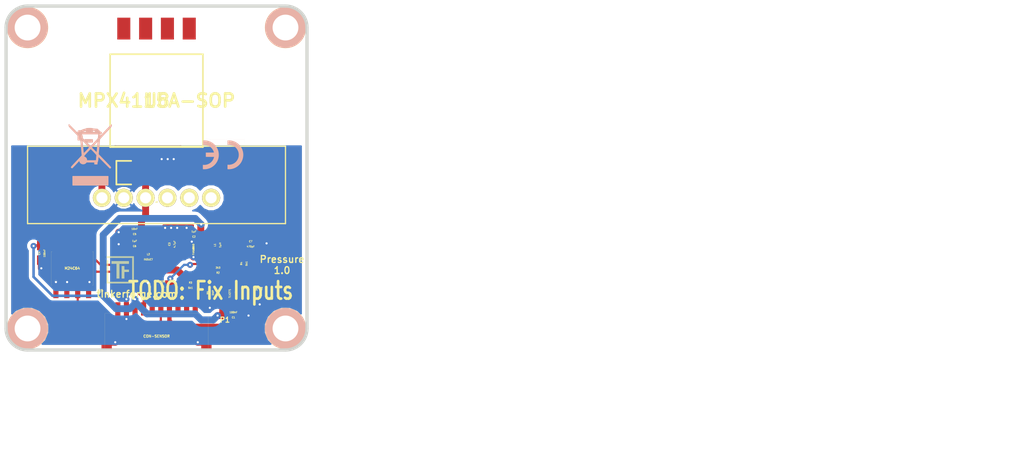
<source format=kicad_pcb>
(kicad_pcb (version 4) (host pcbnew "(2015-03-18 BZR 5525)-product")
  (title_block (title "RGB LED Bricklet") (date "Mi 18 Nov 2015") (rev 1.0) (company "Tinkerforge GmbH") (comment 1 "Licensed under CERN OHL v.1.1") (comment 2 "Copyright (©) 2015, B.Nordmeyer <bastian@tinkerforge.com>"))
  (layers (0 Vorderseite signal) (31 Rückseite signal hide) (34 B.Paste user) (35 F.Paste user) (36 B.SilkS user) (37 F.SilkS user) (38 B.Mask user) (39 F.Mask user) (44 Edge.Cuts user))
  (net 0 "")
  (net 1 GND)
  (net 2 SCL)
  (net 3 SDA)
  (net 4 "Net-(P1-Pad6)")
  (net 5 "Net-(P1-Pad7)")
  (net 6 3V3)
  (net 7 +5V)
  (net 8 "Net-(C5-Pad2)")
  (net 9 "Net-(C7-Pad2)")
  (net 10 "Net-(L1-Pad2)")
  (net 11 "Net-(P1-Pad8)")
  (net 12 "Net-(R2-Pad1)")
  (net 13 "Net-(R4-Pad2)")
  (module kicad-libraries:0603E (layer Vorderseite) (at 191 145.5)
    (fp_text reference C1 (at 0.05 0.225) (layer F.SilkS) (effects (font (size 0.2 0.2) (thickness 0.05))))
    (fp_text value 100nF (at 0.05 -0.375) (layer F.SilkS) (effects (font (size 0.2 0.2) (thickness 0.05))))
    (pad 1 smd rect (at -0.8501 0) (size 1.1 1) (layers Vorderseite F.Paste F.Mask) (net 6 3V3))
    (pad 2 smd rect (at 0.8501 0) (size 1.1 1) (layers Vorderseite F.Paste F.Mask) (net 1 GND))
  )
  (module kicad-libraries:0603E (layer Vorderseite) (at 186.4 136.1)
    (fp_text reference C2 (at 0.05 0.225) (layer F.SilkS) (effects (font (size 0.2 0.2) (thickness 0.05))))
    (fp_text value 1µF (at 0.05 -0.375) (layer F.SilkS) (effects (font (size 0.2 0.2) (thickness 0.05))))
    (pad 1 smd rect (at -0.8501 0) (size 1.1 1) (layers Vorderseite F.Paste F.Mask) (net 1 GND))
    (pad 2 smd rect (at 0.8501 0) (size 1.1 1) (layers Vorderseite F.Paste F.Mask) (net 6 3V3))
  )
  (module kicad-libraries:0603E (layer Vorderseite) (at 168.7 138.2 270)
    (fp_text reference C4 (at 0.05 0.225 270) (layer F.SilkS) (effects (font (size 0.2 0.2) (thickness 0.05))))
    (fp_text value 100nF (at 0.05 -0.375 270) (layer F.SilkS) (effects (font (size 0.2 0.2) (thickness 0.05))))
    (pad 1 smd rect (at -0.8501 0 270) (size 1.1 1) (layers Vorderseite F.Paste F.Mask) (net 6 3V3))
    (pad 2 smd rect (at 0.8501 0 270) (size 1.1 1) (layers Vorderseite F.Paste F.Mask) (net 1 GND))
  )
  (module kicad-libraries:CON-SENSOR (layer Vorderseite) (at 182.1 149.5)
    (fp_text reference P1 (at 7.9502 -3.50012) (layer F.SilkS) (effects (font (size 0.59944 0.59944) (thickness 0.12446))))
    (fp_text value CON-SENSOR (at 0 -1.6002) (layer F.SilkS) (effects (font (size 0.29972 0.29972) (thickness 0.07112))))
    (pad 1 smd rect (at -4.50088 -4.7752) (size 0.59944 1.5494) (layers Vorderseite F.Paste F.Mask))
    (pad 2 smd rect (at -3.50012 -4.7752) (size 0.59944 1.5494) (layers Vorderseite F.Paste F.Mask) (net 1 GND))
    (pad 3 smd rect (at -2.49936 -4.7752) (size 0.59944 1.5494) (layers Vorderseite F.Paste F.Mask) (net 6 3V3))
    (pad 4 smd rect (at -1.50114 -4.7752) (size 0.59944 1.5494) (layers Vorderseite F.Paste F.Mask) (net 2 SCL))
    (pad 5 smd rect (at -0.50038 -4.7752) (size 0.59944 1.5494) (layers Vorderseite F.Paste F.Mask) (net 3 SDA))
    (pad 6 smd rect (at 0.50038 -4.7752) (size 0.59944 1.5494) (layers Vorderseite F.Paste F.Mask) (net 4 "Net-(P1-Pad6)"))
    (pad 7 smd rect (at 1.50114 -4.7752) (size 0.59944 1.5494) (layers Vorderseite F.Paste F.Mask) (net 5 "Net-(P1-Pad7)"))
    (pad 8 smd rect (at 2.49936 -4.7752) (size 0.59944 1.5494) (layers Vorderseite F.Paste F.Mask) (net 11 "Net-(P1-Pad8)"))
    (pad 9 smd rect (at 3.50012 -4.7752) (size 0.59944 1.5494) (layers Vorderseite F.Paste F.Mask))
    (pad 10 smd rect (at 4.50088 -4.7752) (size 0.59944 1.5494) (layers Vorderseite F.Paste F.Mask))
    (pad EP smd rect (at -5.79882 -0.89916) (size 1.19888 1.80086) (layers Vorderseite F.Paste F.Mask) (net 1 GND))
    (pad EP smd rect (at 5.79882 -0.89916) (size 1.19888 1.80086) (layers Vorderseite F.Paste F.Mask) (net 1 GND))
  )
  (module kicad-libraries:0603E (layer Vorderseite) (at 182.8 141.9)
    (fp_text reference R1 (at 0.05 0.225) (layer F.SilkS) (effects (font (size 0.2 0.2) (thickness 0.05))))
    (fp_text value 10k (at 0.05 -0.375) (layer F.SilkS) (effects (font (size 0.2 0.2) (thickness 0.05))))
    (pad 1 smd rect (at -0.8501 0) (size 1.1 1) (layers Vorderseite F.Paste F.Mask) (net 1 GND))
    (pad 2 smd rect (at 0.8501 0) (size 1.1 1) (layers Vorderseite F.Paste F.Mask) (net 11 "Net-(P1-Pad8)"))
  )
  (module kicad-libraries:0603E (layer Vorderseite) (at 189.2 140.3)
    (fp_text reference R2 (at 0.05 0.225) (layer F.SilkS) (effects (font (size 0.2 0.2) (thickness 0.05))))
    (fp_text value 3k3 (at 0.05 -0.375) (layer F.SilkS) (effects (font (size 0.2 0.2) (thickness 0.05))))
    (pad 1 smd rect (at -0.8501 0) (size 1.1 1) (layers Vorderseite F.Paste F.Mask) (net 12 "Net-(R2-Pad1)"))
    (pad 2 smd rect (at 0.8501 0) (size 1.1 1) (layers Vorderseite F.Paste F.Mask) (net 5 "Net-(P1-Pad7)"))
  )
  (module kicad-libraries:SOIC8 (layer Vorderseite) (at 172.3 140)
    (fp_text reference U1 (at 3.29946 2.60096) (layer F.SilkS) (effects (font (size 0.29972 0.29972) (thickness 0.0762))))
    (fp_text value M24C64 (at 0 0) (layer F.SilkS) (effects (font (size 0.29972 0.29972) (thickness 0.0762))))
    (pad 1 smd rect (at -1.90246 2.69748 180) (size 0.59944 1.5494) (layers Vorderseite F.Paste F.Mask) (net 1 GND))
    (pad 2 smd rect (at -0.63246 2.69748 180) (size 0.59944 1.5494) (layers Vorderseite F.Paste F.Mask) (net 1 GND))
    (pad 3 smd rect (at 0.63246 2.69748 180) (size 0.59944 1.5494) (layers Vorderseite F.Paste F.Mask) (net 4 "Net-(P1-Pad6)"))
    (pad 4 smd rect (at 1.90246 2.69748 180) (size 0.59944 1.5494) (layers Vorderseite F.Paste F.Mask) (net 1 GND))
    (pad 5 smd rect (at 1.90246 -2.69748) (size 0.59944 1.5494) (layers Vorderseite F.Paste F.Mask) (net 3 SDA))
    (pad 6 smd rect (at 0.63246 -2.69748) (size 0.59944 1.5494) (layers Vorderseite F.Paste F.Mask) (net 2 SCL))
    (pad 7 smd rect (at -0.63246 -2.69748) (size 0.59944 1.5494) (layers Vorderseite F.Paste F.Mask))
    (pad 8 smd rect (at -1.90246 -2.69748) (size 0.59944 1.5494) (layers Vorderseite F.Paste F.Mask) (net 6 3V3))
  )
  (module kicad-libraries:DRILL_NP (layer Vorderseite) (at 167.1 112 270)
    (fp_text reference U2 hide)
    (fp_text value DRILL hide)
    (pad "" np_thru_hole circle (at 0 0 270) (size 2.99974 2.99974) (drill 2.99974) (layers *.Cu *.Mask F.SilkS) (clearance 0.89916))
  )
  (module kicad-libraries:DRILL_NP (layer Vorderseite) (at 197.1 147 90)
    (fp_text reference U3 hide)
    (fp_text value DRILL hide)
    (pad "" np_thru_hole circle (at 0 0 90) (size 2.99974 2.99974) (drill 2.99974) (layers *.Cu *.Mask F.SilkS) (clearance 0.89916))
  )
  (module kicad-libraries:DRILL_NP (layer Vorderseite) (at 167.1 147 90)
    (fp_text reference U4 hide)
    (fp_text value DRILL hide)
    (pad "" np_thru_hole circle (at 0 0 90) (size 2.99974 2.99974) (drill 2.99974) (layers *.Cu *.Mask F.SilkS) (clearance 0.89916))
  )
  (module kicad-libraries:DRILL_NP (layer Vorderseite) (at 197.1 112)
    (fp_text reference U5 hide)
    (fp_text value DRILL hide)
    (pad "" np_thru_hole circle (at 0 0) (size 2.99974 2.99974) (drill 2.99974) (layers *.Cu *.Mask F.SilkS) (clearance 0.89916))
  )
  (module kicad-libraries:0603E (layer Vorderseite) (at 186.1 141.9 180)
    (fp_text reference R3 (at 0.05 0.225 180) (layer F.SilkS) (effects (font (size 0.2 0.2) (thickness 0.05))))
    (fp_text value 5k1 (at 0.05 -0.375 180) (layer F.SilkS) (effects (font (size 0.2 0.2) (thickness 0.05))))
    (pad 1 smd rect (at -0.8501 0 180) (size 1.1 1) (layers Vorderseite F.Paste F.Mask) (net 12 "Net-(R2-Pad1)"))
    (pad 2 smd rect (at 0.8501 0 180) (size 1.1 1) (layers Vorderseite F.Paste F.Mask) (net 7 +5V))
  )
  (module kicad-libraries:Logo_31x31 (layer Vorderseite) (at 176.3 138.6)
    (fp_text reference G*** hide)
    (fp_text value Logo_31x31 hide)
  )
  (module kicad-libraries:WEEE_7mm (layer Rückseite) (at 174.4 126.8 180)
    (fp_text reference G*** hide)
    (fp_text value LOGO hide)
  )
  (module kicad-libraries:CE_5mm (layer Rückseite) (at 189.8 126.8 180)
    (fp_text reference VAL hide)
    (fp_text value CE_5mm hide)
  )
  (module kicad-libraries:0805E (layer Vorderseite) (at 183.8 137.2 270)
    (fp_text reference C3 (at 0 0.2 270) (layer F.SilkS) (effects (font (size 0.2 0.2) (thickness 0.05))))
    (fp_text value 4.7µF (at 0 -0.4 270) (layer F.SilkS) (effects (font (size 0.2 0.2) (thickness 0.05))))
    (pad 1 smd rect (at -0.95 0 270) (size 1.3 1.5) (layers Vorderseite F.Paste F.Mask) (net 1 GND))
    (pad 2 smd rect (at 0.95 0 270) (size 1.3 1.5) (layers Vorderseite F.Paste F.Mask) (net 7 +5V))
  )
  (module kicad-libraries:0603E (layer Vorderseite) (at 179.5 135.8)
    (fp_text reference C5 (at 0.05 0.225) (layer F.SilkS) (effects (font (size 0.2 0.2) (thickness 0.05))))
    (fp_text value 10nF (at 0.05 -0.375) (layer F.SilkS) (effects (font (size 0.2 0.2) (thickness 0.05))))
    (pad 1 smd rect (at -0.8501 0) (size 1.1 1) (layers Vorderseite F.Paste F.Mask) (net 1 GND))
    (pad 2 smd rect (at 0.8501 0) (size 1.1 1) (layers Vorderseite F.Paste F.Mask) (net 8 "Net-(C5-Pad2)"))
  )
  (module kicad-libraries:0603E (layer Vorderseite) (at 179.5 137.2)
    (fp_text reference C6 (at 0.05 0.225) (layer F.SilkS) (effects (font (size 0.2 0.2) (thickness 0.05))))
    (fp_text value 1µF (at 0.05 -0.375) (layer F.SilkS) (effects (font (size 0.2 0.2) (thickness 0.05))))
    (pad 1 smd rect (at -0.8501 0) (size 1.1 1) (layers Vorderseite F.Paste F.Mask) (net 1 GND))
    (pad 2 smd rect (at 0.8501 0) (size 1.1 1) (layers Vorderseite F.Paste F.Mask) (net 8 "Net-(C5-Pad2)"))
  )
  (module kicad-libraries:0603E (layer Vorderseite) (at 193.1 137.1 180)
    (fp_text reference C7 (at 0.05 0.225 180) (layer F.SilkS) (effects (font (size 0.2 0.2) (thickness 0.05))))
    (fp_text value 470pF (at 0.05 -0.375 180) (layer F.SilkS) (effects (font (size 0.2 0.2) (thickness 0.05))))
    (pad 1 smd rect (at -0.8501 0 180) (size 1.1 1) (layers Vorderseite F.Paste F.Mask) (net 1 GND))
    (pad 2 smd rect (at 0.8501 0 180) (size 1.1 1) (layers Vorderseite F.Paste F.Mask) (net 9 "Net-(C7-Pad2)"))
  )
  (module kicad-libraries:0805E (layer Vorderseite) (at 189.1 137.3 270)
    (fp_text reference L1 (at 0 0.2 270) (layer F.SilkS) (effects (font (size 0.2 0.2) (thickness 0.05))))
    (fp_text value 1µH (at 0 -0.4 270) (layer F.SilkS) (effects (font (size 0.2 0.2) (thickness 0.05))))
    (pad 1 smd rect (at -0.95 0 270) (size 1.3 1.5) (layers Vorderseite F.Paste F.Mask) (net 6 3V3) (clearance 0.14986))
    (pad 2 smd rect (at 0.95 0 270) (size 1.3 1.5) (layers Vorderseite F.Paste F.Mask) (net 10 "Net-(L1-Pad2)") (clearance 0.14986))
  )
  (module kicad-libraries:0603E (layer Vorderseite) (at 181.2 138.6 180)
    (fp_text reference L2 (at 0.05 0.225 180) (layer F.SilkS) (effects (font (size 0.2 0.2) (thickness 0.05))))
    (fp_text value INDUCT (at 0.05 -0.375 180) (layer F.SilkS) (effects (font (size 0.2 0.2) (thickness 0.05))))
    (pad 1 smd rect (at -0.8501 0 180) (size 1.1 1) (layers Vorderseite F.Paste F.Mask) (net 7 +5V))
    (pad 2 smd rect (at 0.8501 0 180) (size 1.1 1) (layers Vorderseite F.Paste F.Mask) (net 8 "Net-(C5-Pad2)"))
  )
  (module kicad-libraries:0603E (layer Vorderseite) (at 192.2 139.4 270)
    (fp_text reference R4 (at 0.05 0.225 270) (layer F.SilkS) (effects (font (size 0.2 0.2) (thickness 0.05))))
    (fp_text value 5k1 (at 0.05 -0.375 270) (layer F.SilkS) (effects (font (size 0.2 0.2) (thickness 0.05))))
    (pad 1 smd rect (at -0.8501 0 270) (size 1.1 1) (layers Vorderseite F.Paste F.Mask) (net 9 "Net-(C7-Pad2)"))
    (pad 2 smd rect (at 0.8501 0 270) (size 1.1 1) (layers Vorderseite F.Paste F.Mask) (net 13 "Net-(R4-Pad2)"))
  )
  (module kicad-libraries:0603E (layer Vorderseite) (at 188.3 142.8 270)
    (fp_text reference R5 (at 0.05 0.225 270) (layer F.SilkS) (effects (font (size 0.2 0.2) (thickness 0.05))))
    (fp_text value DNP (at 0.05 -0.375 270) (layer F.SilkS) (effects (font (size 0.2 0.2) (thickness 0.05))))
    (pad 1 smd rect (at -0.8501 0 270) (size 1.1 1) (layers Vorderseite F.Paste F.Mask) (net 12 "Net-(R2-Pad1)"))
    (pad 2 smd rect (at 0.8501 0 270) (size 1.1 1) (layers Vorderseite F.Paste F.Mask) (net 1 GND))
  )
  (module kicad-libraries:0603E (layer Vorderseite) (at 194.1 142.4 90)
    (fp_text reference R6 (at 0.05 0.225 90) (layer F.SilkS) (effects (font (size 0.2 0.2) (thickness 0.05))))
    (fp_text value 3k3 (at 0.05 -0.375 90) (layer F.SilkS) (effects (font (size 0.2 0.2) (thickness 0.05))))
    (pad 1 smd rect (at -0.8501 0 90) (size 1.1 1) (layers Vorderseite F.Paste F.Mask) (net 1 GND))
    (pad 2 smd rect (at 0.8501 0 90) (size 1.1 1) (layers Vorderseite F.Paste F.Mask) (net 13 "Net-(R4-Pad2)"))
  )
  (module kicad-libraries:UMLP_22 (layer Vorderseite) (at 186.4 137.8 90)
    (fp_text reference U6 (at 0 0 90) (layer F.SilkS) (effects (font (size 0.2 0.2) (thickness 0.05))))
    (fp_text value FAN4860 (at 0 0 90) (layer F.SilkS) (effects (font (size 0.2 0.2) (thickness 0.05))))
    (pad 3 smd rect (at -0.65 -1.05 90) (size 0.25 0.8) (layers Vorderseite F.Paste F.Mask) (net 7 +5V))
    (pad 2 smd rect (at 0 -1.05 90) (size 0.25 0.8) (layers Vorderseite F.Paste F.Mask) (net 7 +5V))
    (pad 1 smd rect (at 0.65 -1.05 90) (size 0.25 0.8) (layers Vorderseite F.Paste F.Mask) (net 1 GND))
    (pad 4 smd rect (at -0.65 1.05 90) (size 0.25 0.8) (layers Vorderseite F.Paste F.Mask) (net 11 "Net-(P1-Pad8)"))
    (pad 5 smd rect (at 0 1.05 90) (size 0.25 0.8) (layers Vorderseite F.Paste F.Mask) (net 10 "Net-(L1-Pad2)"))
    (pad 6 smd rect (at 0.65 1.05 90) (size 0.25 0.8) (layers Vorderseite F.Paste F.Mask) (net 6 3V3))
    (pad EP smd rect (at 0 0 90) (size 1.45 0.8) (layers Vorderseite F.Paste F.Mask) (net 1 GND))
  )
  (module kicad-libraries:SOT23-5 (layer Vorderseite) (at 191 142.9 90)
    (fp_text reference U7 (at 0 0.35052 90) (layer F.SilkS) (effects (font (size 0.2 0.2) (thickness 0.05))))
    (fp_text value TLV271 (at -0.03 -0.38 90) (layer F.SilkS) (effects (font (size 0.2 0.2) (thickness 0.05))))
    (pad 1 smd rect (at -0.94996 1.19888 90) (size 0.50038 0.8001) (layers Vorderseite F.Paste F.Mask) (net 5 "Net-(P1-Pad7)"))
    (pad 2 smd rect (at 0 1.19888 90) (size 0.50038 0.8001) (layers Vorderseite F.Paste F.Mask) (net 1 GND))
    (pad 3 smd rect (at 0.94996 1.19888 90) (size 0.50038 0.8001) (layers Vorderseite F.Paste F.Mask) (net 13 "Net-(R4-Pad2)"))
    (pad 5 smd rect (at -0.94996 -1.19888 90) (size 0.50038 0.8001) (layers Vorderseite F.Paste F.Mask) (net 6 3V3))
    (pad 4 smd rect (at 0.94996 -1.19888 90) (size 0.50038 0.8001) (layers Vorderseite F.Paste F.Mask) (net 12 "Net-(R2-Pad1)"))
  )
  (module kicad-libraries:SOP8 (layer Vorderseite) (at 182.1 120.5)
    (fp_text reference U8 (at 0 0) (layer F.SilkS) (effects (font (thickness 0.3048))))
    (fp_text value MPX4115A-SOP (at 0 0) (layer F.SilkS) (effects (font (thickness 0.3048))))
    (pad 1 smd rect (at -3.80746 8.37946 180) (size 1.51892 2.53746) (layers Vorderseite F.Paste F.Mask))
    (pad 2 smd rect (at -1.26746 8.37946 180) (size 1.51892 2.53746) (layers Vorderseite F.Paste F.Mask) (net 8 "Net-(C5-Pad2)"))
    (pad 3 smd rect (at 1.26746 8.37946 180) (size 1.51892 2.53746) (layers Vorderseite F.Paste F.Mask) (net 1 GND))
    (pad 4 smd rect (at 3.80746 8.37946 180) (size 1.51892 2.53746) (layers Vorderseite F.Paste F.Mask) (net 9 "Net-(C7-Pad2)"))
    (pad 5 smd rect (at 3.80746 -8.37946) (size 1.51892 2.53746) (layers Vorderseite F.Paste F.Mask))
    (pad 6 smd rect (at 1.26746 -8.37946) (size 1.51892 2.53746) (layers Vorderseite F.Paste F.Mask))
    (pad 7 smd rect (at -1.26746 -8.37946) (size 1.51892 2.53746) (layers Vorderseite F.Paste F.Mask))
    (pad 8 smd rect (at -3.80746 -8.37946) (size 1.51892 2.53746) (layers Vorderseite F.Paste F.Mask))
  )
  (module kicad-libraries:MPX_UNI (layer Vorderseite) (at 182.1 131.8)
    (fp_text reference U9 (at 0 0.5) (layer F.SilkS) (effects (font (size 0.15 0.15) (thickness 0.0375))))
    (fp_text value MPX_UNI)
    (pad 1 thru_hole circle (at -6.35 0) (size 2.1 2.1) (drill 1.3) (layers *.Cu *.Mask F.SilkS) (net 9 "Net-(C7-Pad2)"))
    (pad 2 thru_hole circle (at -3.81 0) (size 2.1 2.1) (drill 1.3) (layers *.Cu *.Mask F.SilkS) (net 1 GND))
    (pad 3 thru_hole circle (at -1.27 0) (size 2.1 2.1) (drill 1.3) (layers *.Cu *.Mask F.SilkS) (net 8 "Net-(C5-Pad2)"))
    (pad 4 thru_hole circle (at 1.27 0) (size 2.1 2.1) (drill 1.3) (layers *.Cu *.Mask F.SilkS))
    (pad 5 thru_hole circle (at 3.81 0) (size 2.1 2.1) (drill 1.3) (layers *.Cu *.Mask F.SilkS))
    (pad 6 thru_hole circle (at 6.35 0) (size 2.1 2.1) (drill 1.3) (layers *.Cu *.Mask F.SilkS))
  )
  (gr_text "TODO: Fix Inputs" (at 188.4 142.6) (layer F.SilkS) (effects (font (size 2.032 1.524) (thickness 0.3048))))
  (gr_line (start 167.1 149.5) (end 197.1 149.5) (angle 90) (layer Edge.Cuts) (width 0.381))
  (gr_line (start 164.6 112) (end 164.6 147) (angle 90) (layer Edge.Cuts) (width 0.381))
  (gr_line (start 197.1 109.5) (end 167.1 109.5) (angle 90) (layer Edge.Cuts) (width 0.381))
  (gr_line (start 199.6 147) (end 199.6 112) (angle 90) (layer Edge.Cuts) (width 0.381))
  (gr_arc (start 197.1 147) (end 199.6 147) (angle 90) (layer Edge.Cuts) (width 0.381))
  (gr_arc (start 167.1 147) (end 167.1 149.5) (angle 90) (layer Edge.Cuts) (width 0.381))
  (gr_arc (start 197.1 112) (end 197.1 109.5) (angle 90) (layer Edge.Cuts) (width 0.381))
  (gr_arc (start 167.1 112) (end 164.6 112) (angle 90) (layer Edge.Cuts) (width 0.381))
  (gr_text tinkerforge.com (at 179.8 143) (layer F.SilkS) (effects (font (size 0.8001 0.8001) (thickness 0.14986))))
  (gr_text "Pressure\n1.0" (at 196.7 139.6) (layer F.SilkS) (effects (font (size 0.8001 0.8001) (thickness 0.14986))))
  (segment (start 192.19888 142.9) (end 192.8 142.9) (width 0.45) (layer Vorderseite) (net 1))
  (segment (start 193 142.9) (end 193.3 142.9) (width 0.5) (layer Vorderseite) (net 1))
  (segment (start 192.19888 142.9) (end 193 142.9) (width 0.5) (layer Vorderseite) (net 1))
  (segment (start 193.7499 142.9) (end 194.1 143.2501) (width 0.8001) (layer Vorderseite) (net 1))
  (segment (start 193.2 142.9) (end 193.7499 142.9) (width 0.8001) (layer Vorderseite) (net 1))
  (via (at 188.3 144.6) (size 0.70104) (layers Vorderseite Rückseite) (net 1))
  (segment (start 188.3 143.6501) (end 188.3 144.6) (width 0.8001) (layer Vorderseite) (net 1))
  (via (at 192.8 145.5) (size 0.70104) (layers Vorderseite Rückseite) (net 1))
  (segment (start 191.8501 145.5) (end 192.8 145.5) (width 0.8001) (layer Vorderseite) (net 1))
  (via (at 194.1 144.2) (size 0.70104) (layers Vorderseite Rückseite) (net 1))
  (segment (start 194.1 143.2501) (end 194.1 144.2) (width 0.8001) (layer Vorderseite) (net 1))
  (via (at 194.9 137.1) (size 0.70104) (layers Vorderseite Rückseite) (net 1))
  (segment (start 193.9501 137.1) (end 194.9 137.1) (width 0.8001) (layer Vorderseite) (net 1))
  (via (at 184.1 127.3) (size 0.70104) (layers Vorderseite Rückseite) (net 1))
  (segment (start 183.36746 127.33254) (end 183.36746 128.87946) (width 0.8001) (layer Vorderseite) (net 1))
  (segment (start 183.36746 127.33254) (end 183.4 127.3) (width 0.8001) (layer Vorderseite) (net 1))
  (segment (start 184.1 127.3) (end 183.4 127.3) (width 0.8001) (layer Vorderseite) (net 1))
  (via (at 182.7 127.3) (size 0.70104) (layers Vorderseite Rückseite) (net 1))
  (via (at 183.4 127.3) (size 0.70104) (layers Vorderseite Rückseite) (net 1))
  (segment (start 183.4 127.3) (end 182.7 127.3) (width 0.8001) (layer Vorderseite) (net 1))
  (via (at 177.7 135.8) (size 0.70104) (layers Vorderseite Rückseite) (net 1))
  (segment (start 178.6499 135.8) (end 177.7 135.8) (width 0.8001) (layer Vorderseite) (net 1))
  (via (at 177.7 137.2) (size 0.70104) (layers Vorderseite Rückseite) (net 1))
  (segment (start 178.6499 137.2) (end 177.7 137.2) (width 0.8001) (layer Vorderseite) (net 1))
  (segment (start 193.2 142.9) (end 193 142.9) (width 0.8001) (layer Vorderseite) (net 1))
  (segment (start 178.59988 145.89988) (end 178.6 145.9) (width 0.5) (layer Vorderseite) (net 1))
  (via (at 178.6 145.9) (size 0.70104) (layers Vorderseite Rückseite) (net 1))
  (segment (start 178.59988 144.7248) (end 178.59988 145.89988) (width 0.5) (layer Vorderseite) (net 1))
  (segment (start 178.59988 143.60012) (end 178.6 143.6) (width 0.5) (layer Vorderseite) (net 1))
  (via (at 178.6 143.6) (size 0.70104) (layers Vorderseite Rückseite) (net 1))
  (segment (start 178.59988 144.7248) (end 178.59988 143.60012) (width 0.5) (layer Vorderseite) (net 1))
  (segment (start 170.39754 141.60246) (end 170.4 141.6) (width 0.5) (layer Vorderseite) (net 1))
  (via (at 170.4 141.6) (size 0.70104) (layers Vorderseite Rückseite) (net 1))
  (segment (start 170.39754 142.69748) (end 170.39754 141.60246) (width 0.5) (layer Vorderseite) (net 1))
  (segment (start 171.66754 141.63246) (end 171.7 141.6) (width 0.5) (layer Vorderseite) (net 1))
  (via (at 171.7 141.6) (size 0.70104) (layers Vorderseite Rückseite) (net 1))
  (segment (start 171.66754 142.69748) (end 171.66754 141.63246) (width 0.5) (layer Vorderseite) (net 1))
  (segment (start 174.20246 141.69754) (end 174.3 141.6) (width 0.5) (layer Vorderseite) (net 1))
  (via (at 174.3 141.6) (size 0.70104) (layers Vorderseite Rückseite) (net 1))
  (segment (start 174.20246 142.69748) (end 174.20246 141.69754) (width 0.5) (layer Vorderseite) (net 1))
  (via (at 168.7 140) (size 0.70104) (layers Vorderseite Rückseite) (net 1))
  (segment (start 168.7 139.0501) (end 168.7 140) (width 0.8001) (layer Vorderseite) (net 1))
  (segment (start 181.3 141.9) (end 181.1 141.7) (width 0.8001) (layer Vorderseite) (net 1))
  (via (at 181.1 141.7) (size 0.70104) (layers Vorderseite Rückseite) (net 1))
  (segment (start 181.9499 141.9) (end 181.3 141.9) (width 0.8001) (layer Vorderseite) (net 1))
  (via (at 184.5 135.3) (size 0.70104) (layers Vorderseite Rückseite) (net 1))
  (segment (start 183.8 135.3) (end 183.8 136.25) (width 0.8001) (layer Vorderseite) (net 1))
  (segment (start 184.5 135.3) (end 183.8 135.3) (width 0.8001) (layer Vorderseite) (net 1))
  (segment (start 183.8 136.25) (end 183.8 136) (width 0.8001) (layer Vorderseite) (net 1))
  (segment (start 183.1 135.3) (end 183.8 136) (width 0.8001) (layer Vorderseite) (net 1))
  (via (at 183.1 135.3) (size 0.70104) (layers Vorderseite Rückseite) (net 1))
  (via (at 183.8 135.3) (size 0.70104) (layers Vorderseite Rückseite) (net 1))
  (segment (start 183.8 135.3) (end 183.1 135.3) (width 0.8001) (layer Vorderseite) (net 1))
  (segment (start 185.5499 135.3501) (end 185.6 135.3) (width 0.8001) (layer Vorderseite) (net 1))
  (via (at 185.6 135.3) (size 0.70104) (layers Vorderseite Rückseite) (net 1))
  (segment (start 185.5499 136.1) (end 185.5499 135.3501) (width 0.8001) (layer Vorderseite) (net 1))
  (via (at 186.4 138.7) (size 0.70104) (layers Vorderseite Rückseite) (net 1))
  (segment (start 186.4 137.8) (end 186.4 138.7) (width 0.8001) (layer Vorderseite) (net 1))
  (via (at 186.2 136.9) (size 0.70104) (layers Vorderseite Rückseite) (net 1))
  (segment (start 186.4 137.1) (end 186.2 136.9) (width 0.8001) (layer Vorderseite) (net 1))
  (segment (start 186.4 137.8) (end 186.4 137.1) (width 0.8001) (layer Vorderseite) (net 1))
  (segment (start 177.29916 148.60084) (end 177.3 148.6) (width 0.8001) (layer Vorderseite) (net 1))
  (via (at 177.3 148.6) (size 0.70104) (layers Vorderseite Rückseite) (net 1))
  (segment (start 176.30118 148.60084) (end 177.29916 148.60084) (width 0.8001) (layer Vorderseite) (net 1))
  (segment (start 186.90084 148.60084) (end 186.9 148.6) (width 0.8001) (layer Vorderseite) (net 1))
  (via (at 186.9 148.6) (size 0.70104) (layers Vorderseite Rückseite) (net 1))
  (segment (start 187.89882 148.60084) (end 186.90084 148.60084) (width 0.8001) (layer Vorderseite) (net 1))
  (segment (start 180.59886 143.49886) (end 177.5 140.4) (width 0.25) (layer Vorderseite) (net 2))
  (segment (start 177.5 140.4) (end 175.1 140.4) (width 0.25) (layer Vorderseite) (net 2))
  (segment (start 175.1 140.4) (end 172.93246 138.23246) (width 0.25) (layer Vorderseite) (net 2))
  (segment (start 172.93246 138.23246) (end 172.93246 137.30252) (width 0.25) (layer Vorderseite) (net 2))
  (segment (start 180.59886 144.7248) (end 180.59886 143.49886) (width 0.25) (layer Vorderseite) (net 2))
  (segment (start 174.20246 138.20246) (end 175.6 139.6) (width 0.25) (layer Vorderseite) (net 3))
  (segment (start 175.6 139.6) (end 177.8 139.6) (width 0.25) (layer Vorderseite) (net 3))
  (segment (start 177.8 139.6) (end 181.59962 143.39962) (width 0.25) (layer Vorderseite) (net 3))
  (segment (start 181.59962 143.39962) (end 181.59962 144.7248) (width 0.25) (layer Vorderseite) (net 3))
  (segment (start 174.20246 137.30252) (end 174.20246 138.20246) (width 0.25) (layer Vorderseite) (net 3))
  (segment (start 182.60038 146.09962) (end 182 146.7) (width 0.25) (layer Vorderseite) (net 4))
  (segment (start 182 146.7) (end 175.2 146.7) (width 0.25) (layer Vorderseite) (net 4))
  (segment (start 175.2 146.7) (end 172.93246 144.43246) (width 0.25) (layer Vorderseite) (net 4))
  (segment (start 172.93246 144.43246) (end 172.93246 142.69748) (width 0.25) (layer Vorderseite) (net 4))
  (segment (start 182.60038 144.7248) (end 182.60038 146.09962) (width 0.25) (layer Vorderseite) (net 4))
  (segment (start 191.54996 143.84996) (end 191.5 143.8) (width 0.45) (layer Vorderseite) (net 5))
  (segment (start 190.7 140.3) (end 190.0501 140.3) (width 0.8001) (layer Vorderseite) (net 5))
  (segment (start 191 143.3) (end 191.5 143.8) (width 0.8001) (layer Vorderseite) (net 5))
  (segment (start 191 140.6) (end 191 143.3) (width 0.8001) (layer Vorderseite) (net 5))
  (segment (start 190.7 140.3) (end 191 140.6) (width 0.8001) (layer Vorderseite) (net 5))
  (segment (start 192.19888 143.84996) (end 191.54996 143.84996) (width 0.45) (layer Vorderseite) (net 5))
  (segment (start 183.60114 146.10114) (end 184.2 146.7) (width 0.5) (layer Vorderseite) (net 5))
  (segment (start 184.2 146.7) (end 193.3 146.7) (width 0.5) (layer Vorderseite) (net 5))
  (segment (start 193.3 146.7) (end 193.9 146.1) (width 0.5) (layer Vorderseite) (net 5))
  (segment (start 193.9 146.1) (end 193.9 145.3) (width 0.5) (layer Vorderseite) (net 5))
  (segment (start 193.9 145.3) (end 193 144.4) (width 0.5) (layer Vorderseite) (net 5))
  (segment (start 193 144.4) (end 193 144.2) (width 0.5) (layer Vorderseite) (net 5))
  (segment (start 193 144.2) (end 192.64996 143.84996) (width 0.5) (layer Vorderseite) (net 5))
  (segment (start 192.64996 143.84996) (end 192.19888 143.84996) (width 0.5) (layer Vorderseite) (net 5))
  (segment (start 183.60114 144.7248) (end 183.60114 146.10114) (width 0.5) (layer Vorderseite) (net 5))
  (segment (start 189.80112 144.40112) (end 189.9 144.5) (width 0.25) (layer Vorderseite) (net 6))
  (segment (start 189.80112 144.2) (end 189.80112 144.40112) (width 0.25) (layer Vorderseite) (net 6))
  (segment (start 189.80112 143.84996) (end 189.80112 144.2) (width 0.25) (layer Vorderseite) (net 6))
  (segment (start 189.80112 145.15122) (end 190.1499 145.5) (width 0.8001) (layer Vorderseite) (net 6))
  (segment (start 189.80112 144.2) (end 189.80112 145.15122) (width 0.8001) (layer Vorderseite) (net 6))
  (segment (start 179.6 144.1) (end 179 144.7) (width 0.8001) (layer Rückseite) (net 6))
  (segment (start 179 144.7) (end 177.4 144.7) (width 0.8001) (layer Rückseite) (net 6))
  (segment (start 177.4 144.7) (end 175.9 143.2) (width 0.8001) (layer Rückseite) (net 6))
  (segment (start 175.9 143.2) (end 175.9 136.1) (width 0.8001) (layer Rückseite) (net 6))
  (segment (start 175.9 136.1) (end 177.8 134.2) (width 0.8001) (layer Rückseite) (net 6))
  (segment (start 177.8 134.2) (end 186.6 134.2) (width 0.8001) (layer Rückseite) (net 6))
  (segment (start 186.6 134.2) (end 187.3 134.9) (width 0.8001) (layer Rückseite) (net 6))
  (segment (start 187.2501 134.9499) (end 187.2501 136.1) (width 0.8001) (layer Vorderseite) (net 6))
  (via (at 187.3 134.9) (size 0.70104) (layers Vorderseite Rückseite) (net 6))
  (segment (start 187.2501 134.9499) (end 187.3 134.9) (width 0.8001) (layer Vorderseite) (net 6))
  (segment (start 179.60064 144.7248) (end 179.60064 143.60064) (width 0.5) (layer Vorderseite) (net 6))
  (via (at 179.6 143.6) (size 0.70104) (layers Vorderseite Rückseite) (net 6))
  (segment (start 179.60064 143.60064) (end 179.6 143.6) (width 0.5) (layer Vorderseite) (net 6))
  (segment (start 179.6 143.9) (end 179.6 144.1) (width 0.8001) (layer Rückseite) (net 6))
  (segment (start 179.6 143.6) (end 179.6 143.9) (width 0.8001) (layer Rückseite) (net 6))
  (segment (start 170 143.2) (end 167.8 141) (width 0.29972) (layer Rückseite) (net 6))
  (segment (start 167.8 141) (end 167.8 137.4) (width 0.29972) (layer Rückseite) (net 6))
  (via (at 167.8 137.4) (size 0.70104) (layers Vorderseite Rückseite) (net 6))
  (segment (start 167.8 137.4) (end 167.8501 137.3499) (width 0.29972) (layer Vorderseite) (net 6))
  (segment (start 167.8501 137.3499) (end 168.7 137.3499) (width 0.29972) (layer Vorderseite) (net 6))
  (segment (start 175.9 143.2) (end 170 143.2) (width 0.29972) (layer Rückseite) (net 6))
  (segment (start 170.35016 137.3499) (end 170.39754 137.30252) (width 0.29972) (layer Vorderseite) (net 6))
  (segment (start 168.7 137.3499) (end 170.35016 137.3499) (width 0.29972) (layer Vorderseite) (net 6))
  (segment (start 181 145.3) (end 186.6 145.3) (width 0.8001) (layer Rückseite) (net 6))
  (segment (start 186.6 145.3) (end 187.3 146) (width 0.8001) (layer Rückseite) (net 6))
  (segment (start 187.3 146) (end 188.7 146) (width 0.8001) (layer Rückseite) (net 6))
  (segment (start 188.7 146) (end 189.2 145.5) (width 0.8001) (layer Rückseite) (net 6))
  (segment (start 189.2 145.5) (end 190.1499 145.5) (width 0.8001) (layer Vorderseite) (net 6))
  (via (at 189.2 145.5) (size 0.70104) (layers Vorderseite Rückseite) (net 6))
  (segment (start 179.6 143.9) (end 181 145.3) (width 0.8001) (layer Rückseite) (net 6))
  (segment (start 182.65 138.15) (end 183.8 138.15) (width 0.8001) (layer Vorderseite) (net 7))
  (segment (start 182.2 138.6) (end 182.65 138.15) (width 0.8001) (layer Vorderseite) (net 7))
  (segment (start 182.0501 138.6) (end 182.2 138.6) (width 0.8001) (layer Vorderseite) (net 7))
  (segment (start 182.0501 139.4501) (end 182.8 140.2) (width 0.8001) (layer Vorderseite) (net 7))
  (segment (start 182.8 140.2) (end 184.5 140.2) (width 0.8001) (layer Vorderseite) (net 7))
  (segment (start 184.5 140.2) (end 185.2499 140.9499) (width 0.8001) (layer Vorderseite) (net 7))
  (segment (start 185.2499 140.9499) (end 185.2499 141.9) (width 0.8001) (layer Vorderseite) (net 7))
  (segment (start 182.0501 138.6) (end 182.0501 139.4501) (width 0.8001) (layer Vorderseite) (net 7))
  (segment (start 180.83 128.882) (end 180.83254 128.87946) (width 0.8001) (layer Vorderseite) (net 8))
  (segment (start 180.83 131.8) (end 180.83 128.882) (width 0.8001) (layer Vorderseite) (net 8))
  (segment (start 180.3501 134.4499) (end 180.83 133.97) (width 0.8001) (layer Vorderseite) (net 8))
  (segment (start 180.83 133.97) (end 180.83 131.8) (width 0.8001) (layer Vorderseite) (net 8))
  (segment (start 180.3501 135.8) (end 180.3501 134.4499) (width 0.8001) (layer Vorderseite) (net 8))
  (segment (start 180.3501 137.2) (end 180.3501 135.8) (width 0.8001) (layer Vorderseite) (net 8))
  (segment (start 180.3499 137.2002) (end 180.3501 137.2) (width 0.8001) (layer Vorderseite) (net 8))
  (segment (start 180.3499 138.6) (end 180.3499 137.2002) (width 0.8001) (layer Vorderseite) (net 8))
  (segment (start 189.87946 128.87946) (end 192.2499 131.2499) (width 0.8001) (layer Vorderseite) (net 9))
  (segment (start 192.2499 131.2499) (end 192.2499 137.1) (width 0.8001) (layer Vorderseite) (net 9))
  (segment (start 185.90746 128.87946) (end 189.87946 128.87946) (width 0.8001) (layer Vorderseite) (net 9))
  (segment (start 185.90746 127.10746) (end 184.9 126.1) (width 0.8001) (layer Vorderseite) (net 9))
  (segment (start 184.9 126.1) (end 177.3 126.1) (width 0.8001) (layer Vorderseite) (net 9))
  (segment (start 177.3 126.1) (end 175.75 127.65) (width 0.8001) (layer Vorderseite) (net 9))
  (segment (start 175.75 127.65) (end 175.75 131.8) (width 0.8001) (layer Vorderseite) (net 9))
  (segment (start 185.90746 128.87946) (end 185.90746 127.10746) (width 0.8001) (layer Vorderseite) (net 9))
  (segment (start 192.2 137.1499) (end 192.2499 137.1) (width 0.8001) (layer Vorderseite) (net 9))
  (segment (start 192.2 138.5499) (end 192.2 137.1499) (width 0.8001) (layer Vorderseite) (net 9))
  (segment (start 188.65 137.8) (end 189.1 138.25) (width 0.5) (layer Vorderseite) (net 10))
  (segment (start 188.2 137.8) (end 187.45 137.8) (width 0.29972) (layer Vorderseite) (net 10))
  (segment (start 188.65 137.8) (end 188.2 137.8) (width 0.5) (layer Vorderseite) (net 10))
  (segment (start 184.59936 143.79936) (end 183.6501 142.8501) (width 0.25) (layer Vorderseite) (net 11))
  (segment (start 183.6501 142.8501) (end 183.6501 141.9) (width 0.25) (layer Vorderseite) (net 11))
  (segment (start 184.59936 144.7248) (end 184.59936 143.79936) (width 0.25) (layer Vorderseite) (net 11))
  (segment (start 183.6501 141.2499) (end 183.7 141.2) (width 0.25) (layer Vorderseite) (net 11))
  (via (at 183.7 141.2) (size 0.70104) (layers Vorderseite Rückseite) (net 11))
  (segment (start 183.7 141.2) (end 185.3 139.6) (width 0.25) (layer Rückseite) (net 11))
  (segment (start 185.3 139.6) (end 186 139.6) (width 0.25) (layer Rückseite) (net 11))
  (via (at 186 139.6) (size 0.70104) (layers Vorderseite Rückseite) (net 11))
  (segment (start 186 139.6) (end 186.1 139.5) (width 0.25) (layer Vorderseite) (net 11))
  (segment (start 186.1 139.5) (end 187.1 139.5) (width 0.25) (layer Vorderseite) (net 11))
  (segment (start 187.1 139.5) (end 187.45 139.15) (width 0.25) (layer Vorderseite) (net 11))
  (segment (start 187.45 139.15) (end 187.45 138.45) (width 0.25) (layer Vorderseite) (net 11))
  (segment (start 183.6501 141.9) (end 183.6501 141.2499) (width 0.25) (layer Vorderseite) (net 11))
  (segment (start 188.2501 141.9) (end 188.3 141.9499) (width 0.8001) (layer Vorderseite) (net 12))
  (segment (start 186.9501 141.9) (end 188.2501 141.9) (width 0.8001) (layer Vorderseite) (net 12))
  (segment (start 189.15004 141.95004) (end 189.1 141.9) (width 0.29972) (layer Vorderseite) (net 12))
  (segment (start 189.80112 141.95004) (end 189.15004 141.95004) (width 0.29972) (layer Vorderseite) (net 12))
  (segment (start 188.30014 141.95004) (end 188.3 141.9499) (width 0.8001) (layer Vorderseite) (net 12))
  (segment (start 189.15004 141.95004) (end 188.30014 141.95004) (width 0.8001) (layer Vorderseite) (net 12))
  (segment (start 188.3 140.3499) (end 188.3499 140.3) (width 0.8001) (layer Vorderseite) (net 12))
  (segment (start 188.3 141.9499) (end 188.3 140.3499) (width 0.8001) (layer Vorderseite) (net 12))
  (segment (start 193.15 141.75) (end 193.2 141.7) (width 0.5) (layer Vorderseite) (net 13))
  (segment (start 192.94996 141.95004) (end 193.15 141.75) (width 0.5) (layer Vorderseite) (net 13))
  (segment (start 192.19888 141.95004) (end 192.94996 141.95004) (width 0.5) (layer Vorderseite) (net 13))
  (segment (start 193.8999 141.75) (end 194.1 141.5499) (width 0.8001) (layer Vorderseite) (net 13))
  (segment (start 193.15 141.75) (end 193.8999 141.75) (width 0.8001) (layer Vorderseite) (net 13))
  (segment (start 192.2 141.94892) (end 192.19888 141.95004) (width 0.5) (layer Vorderseite) (net 13))
  (segment (start 192.2 140.2501) (end 192.2 141.94892) (width 0.5) (layer Vorderseite) (net 13))
  (zone (net 1) (net_name GND) (layer Rückseite) (connect_pads (clearance 0.4)) (min_thickness 0.2) (fill yes (arc_segments 16) (thermal_gap 0.21) (thermal_bridge_width 0.21))
    (polygon (pts (xy 164.6 125.7) (xy 199.6 125.7) (xy 199.6 149.5) (xy 164.6 149.5)))
  )
  (zone (net 1) (net_name GND) (layer Vorderseite) (connect_pads yes (clearance 0.4)) (min_thickness 0.2) (fill yes (arc_segments 16) (thermal_gap 0.21) (thermal_bridge_width 0.21))
    (polygon (pts (xy 182.8 134.9) (xy 182.8 137.3) (xy 186.5 137.3) (xy 186.5 134.9)))
  )
  (zone (net 7) (net_name +5V) (layer Vorderseite) (connect_pads yes (clearance 0.4)) (min_thickness 0.2) (fill yes (arc_segments 16) (thermal_gap 0.21) (thermal_bridge_width 0.21))
    (polygon (pts (xy 185.8 137.7) (xy 185.8 138.8) (xy 183 138.8) (xy 182.9 137.7)))
  )
  (zone (net 6) (net_name 3V3) (layer Vorderseite) (connect_pads yes (clearance 0.4)) (min_thickness 0.2) (fill yes (arc_segments 16) (thermal_gap 0.21) (thermal_bridge_width 0.21))
    (polygon (pts (xy 187.1 136) (xy 187.1 137.3) (xy 189.9 137.3) (xy 189.9 136)))
  )
  (zone (net 13) (net_name "Net-(R4-Pad2)") (layer Vorderseite) (connect_pads yes (clearance 0.4)) (min_thickness 0.2) (fill yes (arc_segments 16) (thermal_gap 0.21) (thermal_bridge_width 0.21))
    (polygon (pts (xy 191.8 139.9) (xy 191.8 142.2) (xy 194.6 142.2) (xy 194.6 139.9)))
  )
)
</source>
